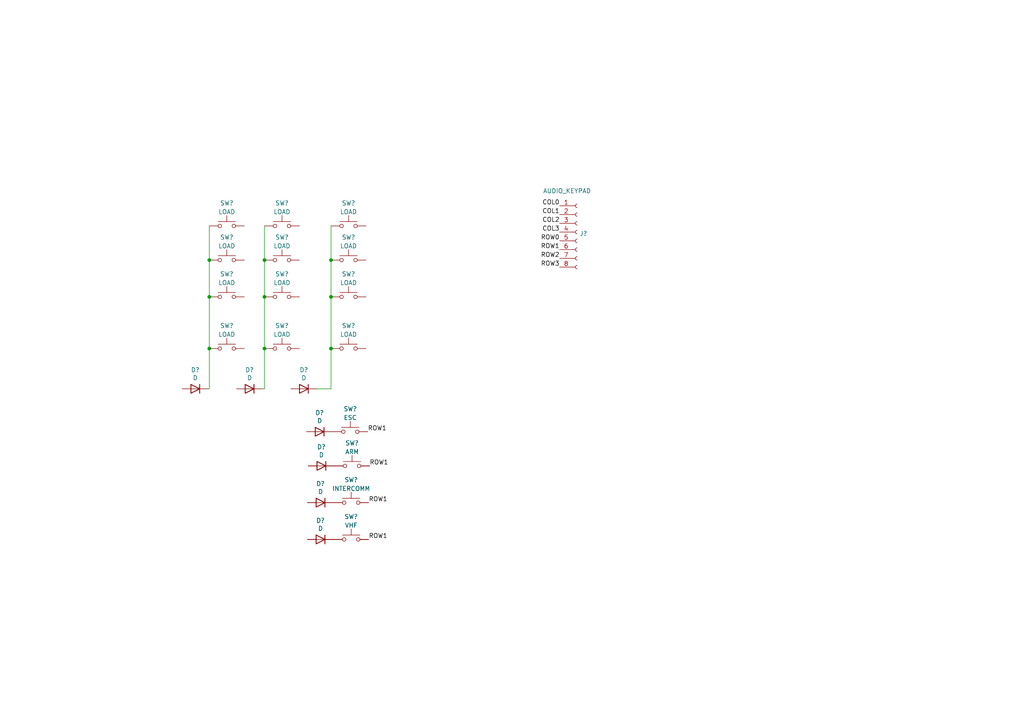
<source format=kicad_sch>
(kicad_sch (version 20211123) (generator eeschema)
  (paper "A4")
  (lib_symbols
    (symbol "Connector:Conn_01x08_Female" (pin_names (offset 1.016) hide)
      (property "Reference" "J" (at 0 10.16 0))
      (property "Value" "Conn_01x08_Female" (at 0 -12.7 0))
      (symbol "Conn_01x08_Female_1_1"
        (arc (start 0 -9.652) (mid -0.508 -10.16) (end 0 -10.668) (stroke (width 0.1524)))
        (arc (start 0 -7.112) (mid -0.508 -7.62) (end 0 -8.128) (stroke (width 0.1524)))
        (arc (start 0 -4.572) (mid -0.508 -5.08) (end 0 -5.588) (stroke (width 0.1524)))
        (arc (start 0 -2.032) (mid -0.508 -2.54) (end 0 -3.048) (stroke (width 0.1524)))
        (polyline (pts (xy -1.27 -10.16) (xy -0.508 -10.16)) (stroke (width 0.1524)))
        (polyline (pts (xy -1.27 -7.62) (xy -0.508 -7.62)) (stroke (width 0.1524)))
        (polyline (pts (xy -1.27 -5.08) (xy -0.508 -5.08)) (stroke (width 0.1524)))
        (polyline (pts (xy -1.27 -2.54) (xy -0.508 -2.54)) (stroke (width 0.1524)))
        (polyline (pts (xy -1.27 0) (xy -0.508 0)) (stroke (width 0.1524)))
        (polyline (pts (xy -1.27 2.54) (xy -0.508 2.54)) (stroke (width 0.1524)))
        (polyline (pts (xy -1.27 5.08) (xy -0.508 5.08)) (stroke (width 0.1524)))
        (polyline (pts (xy -1.27 7.62) (xy -0.508 7.62)) (stroke (width 0.1524)))
        (arc (start 0 0.508) (mid -0.508 0) (end 0 -0.508) (stroke (width 0.1524)))
        (arc (start 0 3.048) (mid -0.508 2.54) (end 0 2.032) (stroke (width 0.1524)))
        (arc (start 0 5.588) (mid -0.508 5.08) (end 0 4.572) (stroke (width 0.1524)))
        (arc (start 0 8.128) (mid -0.508 7.62) (end 0 7.112) (stroke (width 0.1524)))
        (pin passive line (at -5.08 7.62 0) (length 3.81) (name "Pin_1") (number "1"))
        (pin passive line (at -5.08 5.08 0) (length 3.81) (name "Pin_2") (number "2"))
        (pin passive line (at -5.08 2.54 0) (length 3.81) (name "Pin_3") (number "3"))
        (pin passive line (at -5.08 0 0) (length 3.81) (name "Pin_4") (number "4"))
        (pin passive line (at -5.08 -2.54 0) (length 3.81) (name "Pin_5") (number "5"))
        (pin passive line (at -5.08 -5.08 0) (length 3.81) (name "Pin_6") (number "6"))
        (pin passive line (at -5.08 -7.62 0) (length 3.81) (name "Pin_7") (number "7"))
        (pin passive line (at -5.08 -10.16 0) (length 3.81) (name "Pin_8") (number "8"))
      )
    )
    (symbol "Device:D" (pin_numbers hide) (pin_names (offset 1.016) hide)
      (property "Reference" "D" (at 0 2.54 0))
      (property "Value" "D" (at 0 -2.54 0))
      (symbol "D_0_1"
        (polyline (pts (xy -1.27 1.27) (xy -1.27 -1.27)) (stroke (width 0.254)))
        (polyline (pts (xy 1.27 0) (xy -1.27 0)))
        (polyline (pts (xy 1.27 1.27) (xy 1.27 -1.27) (xy -1.27 0) (xy 1.27 1.27)) (stroke (width 0.254)))
      )
      (symbol "D_1_1"
        (pin passive line (at -3.81 0 0) (length 2.54) (name "K") (number "1"))
        (pin passive line (at 3.81 0 180) (length 2.54) (name "A") (number "2"))
      )
    )
    (symbol "Switch:SW_Push" (pin_numbers hide) (pin_names (offset 1.016) hide)
      (property "Reference" "SW" (at 1.27 2.54 0))
      (property "Value" "SW_Push" (at 0 -1.524 0))
      (symbol "SW_Push_0_1"
        (circle (center -2.032 0) (radius 0.508))
        (polyline (pts (xy 0 1.27) (xy 0 3.048)))
        (polyline (pts (xy 2.54 1.27) (xy -2.54 1.27)))
        (circle (center 2.032 0) (radius 0.508))
        (pin passive line (at -5.08 0 0) (length 2.54) (name "1") (number "1"))
        (pin passive line (at 5.08 0 180) (length 2.54) (name "2") (number "2"))
      )
    )
  )
  (junction (at 76.708 86.106))
  (junction (at 76.708 101.092))
  (junction (at 76.708 75.438))
  (junction (at 96.012 101.092))
  (junction (at 60.706 101.092))
  (junction (at 96.012 75.438))
  (junction (at 60.706 75.438))
  (junction (at 96.012 86.106))
  (junction (at 60.706 86.106))
  (wire (pts (xy 60.706 75.438) (xy 60.706 86.106)))
  (wire (pts (xy 60.706 101.092) (xy 60.706 112.776)))
  (wire (pts (xy 76.708 101.092) (xy 76.708 112.776)))
  (wire (pts (xy 96.012 65.532) (xy 96.012 75.438)))
  (wire (pts (xy 60.706 112.776) (xy 60.452 112.776)))
  (wire (pts (xy 76.708 112.776) (xy 76.2 112.776)))
  (wire (pts (xy 96.012 112.776) (xy 91.948 112.776)))
  (wire (pts (xy 96.012 101.092) (xy 96.012 112.776)))
  (wire (pts (xy 60.706 86.106) (xy 60.706 101.092)))
  (wire (pts (xy 76.708 86.106) (xy 76.708 101.092)))
  (wire (pts (xy 76.708 75.438) (xy 76.708 86.106)))
  (wire (pts (xy 96.012 86.106) (xy 96.012 101.092)))
  (wire (pts (xy 96.012 75.438) (xy 96.012 86.106)))
  (wire (pts (xy 76.708 65.532) (xy 76.708 75.438)))
  (wire (pts (xy 60.706 65.532) (xy 60.706 75.438)))
  (label "COL3" (at 162.306 67.31 180))
  (label "ROW3" (at 162.306 77.47 180))
  (label "ROW1" (at 106.934 156.464 0))
  (label "ROW1" (at 106.68 125.222 0))
  (label "ROW0" (at 162.306 69.85 180))
  (label "COL1" (at 162.306 62.23 180))
  (label "COL0" (at 162.306 59.69 180))
  (label "ROW1" (at 162.306 72.39 180))
  (label "ROW2" (at 162.306 74.93 180))
  (label "ROW1" (at 107.188 135.128 0))
  (label "COL2" (at 162.306 64.77 180))
  (label "ROW1" (at 106.934 145.796 0))
  (symbol (lib_id "Switch:SW_Push") (at 65.786 101.092 0) (unit 1)
    (property "Reference" "SW?" (at 65.786 94.4712 0))
    (property "Value" "LOAD" (at 65.786 97.0081 0))
    (property "Footprint" "Connector_Molex:Molex_KK-254_AE-6410-02A_1x02_P2.54mm_Vertical" (effects hide))
  )
  (symbol (lib_id "Switch:SW_Push") (at 81.788 65.532 0) (unit 1)
    (property "Reference" "SW?" (at 81.788 58.9112 0))
    (property "Value" "LOAD" (at 81.788 61.4481 0))
    (property "Footprint" "Connector_Molex:Molex_KK-254_AE-6410-02A_1x02_P2.54mm_Vertical" (effects hide))
  )
  (symbol (lib_id "Switch:SW_Push") (at 101.092 101.092 0) (unit 1)
    (property "Reference" "SW?" (at 101.092 94.4712 0))
    (property "Value" "LOAD" (at 101.092 97.0081 0))
    (property "Footprint" "Connector_Molex:Molex_KK-254_AE-6410-02A_1x02_P2.54mm_Vertical" (effects hide))
  )
  (symbol (lib_id "Device:D") (at 93.218 135.128 0) (mirror y) (unit 1)
    (property "Reference" "D?" (at 93.218 129.6416 0))
    (property "Value" "D" (at 93.218 131.953 0))
    (property "Footprint" "Diode_THT:D_A-405_P7.62mm_Horizontal" (effects hide))
  )
  (symbol (lib_id "Switch:SW_Push") (at 65.786 65.532 0) (unit 1)
    (property "Reference" "SW?" (at 65.786 58.9112 0))
    (property "Value" "LOAD" (at 65.786 61.4481 0))
    (property "Footprint" "Connector_Molex:Molex_KK-254_AE-6410-02A_1x02_P2.54mm_Vertical" (effects hide))
  )
  (symbol (lib_id "Switch:SW_Push") (at 81.788 75.438 0) (unit 1)
    (property "Reference" "SW?" (at 81.788 68.8172 0))
    (property "Value" "LOAD" (at 81.788 71.3541 0))
    (property "Footprint" "Connector_Molex:Molex_KK-254_AE-6410-02A_1x02_P2.54mm_Vertical" (effects hide))
  )
  (symbol (lib_id "Switch:SW_Push") (at 102.108 135.128 0) (unit 1)
    (property "Reference" "SW?" (at 102.108 128.5072 0))
    (property "Value" "ARM" (at 102.108 131.0441 0))
    (property "Footprint" "Connector_Molex:Molex_KK-254_AE-6410-02A_1x02_P2.54mm_Vertical" (effects hide))
  )
  (symbol (lib_id "Device:D") (at 92.964 145.796 0) (mirror y) (unit 1)
    (property "Reference" "D?" (at 92.964 140.3096 0))
    (property "Value" "D" (at 92.964 142.621 0))
    (property "Footprint" "Diode_THT:D_A-405_P7.62mm_Horizontal" (effects hide))
  )
  (symbol (lib_id "Switch:SW_Push") (at 101.854 156.464 0) (unit 1)
    (property "Reference" "SW?" (at 101.854 149.8432 0))
    (property "Value" "VHF" (at 101.854 152.3801 0))
    (property "Footprint" "Connector_Molex:Molex_KK-254_AE-6410-02A_1x02_P2.54mm_Vertical" (effects hide))
  )
  (symbol (lib_id "Switch:SW_Push") (at 81.788 86.106 0) (unit 1)
    (property "Reference" "SW?" (at 81.788 79.4852 0))
    (property "Value" "LOAD" (at 81.788 82.0221 0))
    (property "Footprint" "Connector_Molex:Molex_KK-254_AE-6410-02A_1x02_P2.54mm_Vertical" (effects hide))
  )
  (symbol (lib_id "Switch:SW_Push") (at 101.854 145.796 0) (unit 1)
    (property "Reference" "SW?" (at 101.854 139.1752 0))
    (property "Value" "INTERCOMM" (at 101.854 141.7121 0))
    (property "Footprint" "Connector_Molex:Molex_KK-254_AE-6410-02A_1x02_P2.54mm_Vertical" (effects hide))
  )
  (symbol (lib_id "Device:D") (at 92.71 125.222 0) (mirror y) (unit 1)
    (property "Reference" "D?" (at 92.71 119.7356 0))
    (property "Value" "D" (at 92.71 122.047 0))
    (property "Footprint" "Diode_THT:D_A-405_P7.62mm_Horizontal" (effects hide))
  )
  (symbol (lib_id "Connector:Conn_01x08_Female") (at 167.386 67.31 0) (unit 1)
    (property "Reference" "J?" (at 168.0972 67.7453 0) (effects (justify left)))
    (property "Value" "AUDIO_KEYPAD" (at 157.48 55.372 0) (effects (justify left)))
  )
  (symbol (lib_id "Device:D") (at 92.964 156.464 0) (mirror y) (unit 1)
    (property "Reference" "D?" (at 92.964 150.9776 0))
    (property "Value" "D" (at 92.964 153.289 0))
    (property "Footprint" "Diode_THT:D_A-405_P7.62mm_Horizontal" (effects hide))
  )
  (symbol (lib_id "Device:D") (at 88.138 112.776 0) (mirror y) (unit 1)
    (property "Reference" "D?" (at 88.138 107.2896 0))
    (property "Value" "D" (at 88.138 109.601 0))
    (property "Footprint" "Diode_THT:D_A-405_P7.62mm_Horizontal" (effects hide))
  )
  (symbol (lib_id "Switch:SW_Push") (at 81.788 101.092 0) (unit 1)
    (property "Reference" "SW?" (at 81.788 94.4712 0))
    (property "Value" "LOAD" (at 81.788 97.0081 0))
    (property "Footprint" "Connector_Molex:Molex_KK-254_AE-6410-02A_1x02_P2.54mm_Vertical" (effects hide))
  )
  (symbol (lib_id "Switch:SW_Push") (at 101.092 86.106 0) (unit 1)
    (property "Reference" "SW?" (at 101.092 79.4852 0))
    (property "Value" "LOAD" (at 101.092 82.0221 0))
    (property "Footprint" "Connector_Molex:Molex_KK-254_AE-6410-02A_1x02_P2.54mm_Vertical" (effects hide))
  )
  (symbol (lib_id "Switch:SW_Push") (at 65.786 86.106 0) (unit 1)
    (property "Reference" "SW?" (at 65.786 79.4852 0))
    (property "Value" "LOAD" (at 65.786 82.0221 0))
    (property "Footprint" "Connector_Molex:Molex_KK-254_AE-6410-02A_1x02_P2.54mm_Vertical" (effects hide))
  )
  (symbol (lib_id "Switch:SW_Push") (at 101.092 65.532 0) (unit 1)
    (property "Reference" "SW?" (at 101.092 58.9112 0))
    (property "Value" "LOAD" (at 101.092 61.4481 0))
    (property "Footprint" "Connector_Molex:Molex_KK-254_AE-6410-02A_1x02_P2.54mm_Vertical" (effects hide))
  )
  (symbol (lib_id "Device:D") (at 72.39 112.776 0) (mirror y) (unit 1)
    (property "Reference" "D?" (at 72.39 107.2896 0))
    (property "Value" "D" (at 72.39 109.601 0))
    (property "Footprint" "Diode_THT:D_A-405_P7.62mm_Horizontal" (effects hide))
  )
  (symbol (lib_id "Device:D") (at 56.642 112.776 0) (mirror y) (unit 1)
    (property "Reference" "D?" (at 56.642 107.2896 0))
    (property "Value" "D" (at 56.642 109.601 0))
    (property "Footprint" "Diode_THT:D_A-405_P7.62mm_Horizontal" (effects hide))
  )
  (symbol (lib_id "Switch:SW_Push") (at 101.6 125.222 0) (unit 1)
    (property "Reference" "SW?" (at 101.6 118.6012 0))
    (property "Value" "ESC" (at 101.6 121.1381 0))
    (property "Footprint" "Connector_Molex:Molex_KK-254_AE-6410-02A_1x02_P2.54mm_Vertical" (effects hide))
  )
  (symbol (lib_id "Switch:SW_Push") (at 65.786 75.438 0) (unit 1)
    (property "Reference" "SW?" (at 65.786 68.8172 0))
    (property "Value" "LOAD" (at 65.786 71.3541 0))
    (property "Footprint" "Connector_Molex:Molex_KK-254_AE-6410-02A_1x02_P2.54mm_Vertical" (effects hide))
  )
  (symbol (lib_id "Switch:SW_Push") (at 101.092 75.438 0) (unit 1)
    (property "Reference" "SW?" (at 101.092 68.8172 0))
    (property "Value" "LOAD" (at 101.092 71.3541 0))
    (property "Footprint" "Connector_Molex:Molex_KK-254_AE-6410-02A_1x02_P2.54mm_Vertical" (effects hide))
  )
)
</source>
